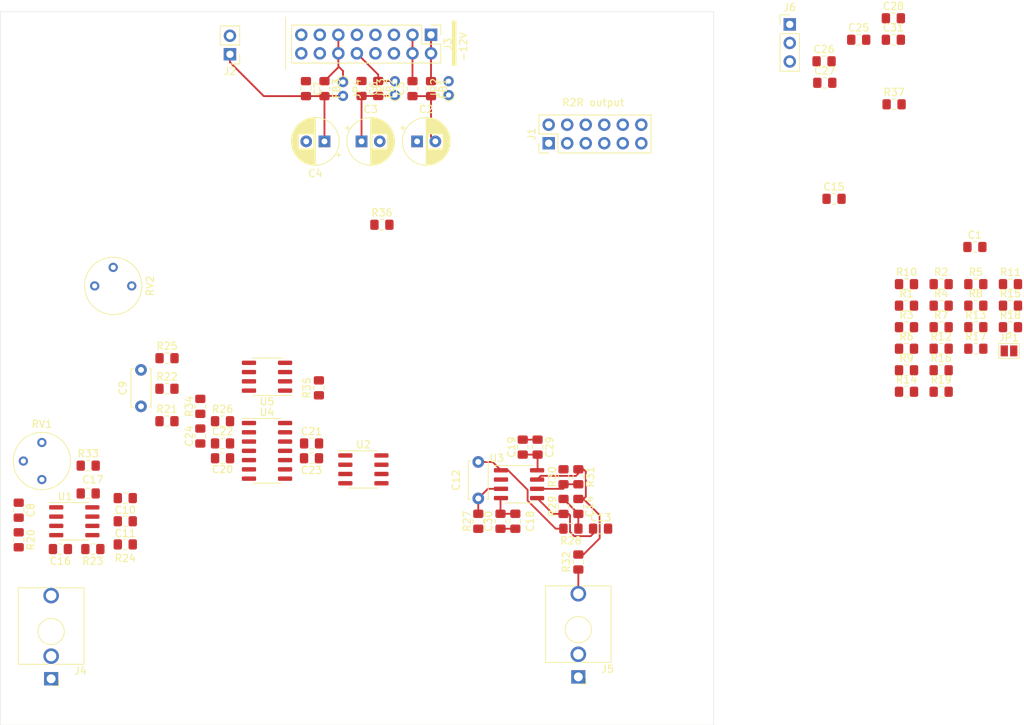
<source format=kicad_pcb>
(kicad_pcb (version 20171130) (host pcbnew "(5.1.5)-3")
  (layers (0 F.Cu signal) (31 B.Cu signal) (34 B.Paste user) (35 F.Paste user) (36 B.SilkS user) (37 F.SilkS user) (38 B.Mask user) (39 F.Mask user) (44 Edge.Cuts user))
  (net 0 "")
  (net 1 "Net-(R11-Pad2)")
  (net 2 "Net-(R12-Pad2)")
  (net 3 "Net-(J1-Pad5)")
  (net 4 "Net-(R13-Pad2)")
  (net 5 "Net-(J1-Pad6)")
  (net 6 "Net-(R14-Pad2)")
  (net 7 "Net-(J1-Pad7)")
  (net 8 "Net-(R15-Pad2)")
  (net 9 "Net-(J1-Pad8)")
  (net 10 GND)
  (net 11 VCC)
  (net 12 "Net-(JP1-Pad1)")
  (net 13 "Net-(JP1-Pad2)")
  (net 14 "Net-(R1-Pad2)")
  (net 15 "Net-(J1-Pad9)")
  (net 16 "Net-(J1-Pad10)")
  (net 17 "Net-(J1-Pad11)")
  (net 18 "Net-(J1-Pad12)")
  (net 19 "Net-(C8-Pad2)")
  (net 20 "Net-(C8-Pad1)")
  (net 21 "Net-(C9-Pad2)")
  (net 22 "Net-(C9-Pad1)")
  (net 23 "Net-(C12-Pad2)")
  (net 24 +5V)
  (net 25 "Net-(J3-Pad15)")
  (net 26 "Net-(J3-Pad13)")
  (net 27 "Net-(FB3-Pad1)")
  (net 28 "Net-(FB2-Pad1)")
  (net 29 "Net-(FB1-Pad1)")
  (net 30 "Net-(J4-PadT)")
  (net 31 "Net-(J5-PadT)")
  (net 32 "Net-(R16-Pad2)")
  (net 33 "Net-(R17-Pad2)")
  (net 34 DAC_D_out)
  (net 35 "Net-(RV2-Pad2)")
  (net 36 -12V)
  (net 37 +12V)
  (net 38 "Net-(C13-Pad2)")
  (net 39 "Net-(C14-Pad2)")
  (net 40 "Net-(C14-Pad1)")
  (net 41 ADC_signal_in)
  (net 42 "Net-(R23-Pad2)")
  (net 43 "Net-(C11-Pad1)")
  (net 44 "Net-(C10-Pad2)")
  (net 45 "Net-(R25-Pad2)")
  (net 46 ADC_D_out)
  (net 47 ADC_A_in)
  (net 48 "Net-(R30-Pad2)")
  (net 49 "Net-(R33-Pad2)")
  (net 50 "Net-(C24-Pad1)")
  (net 51 "Net-(C31-Pad1)")
  (net 52 "Net-(R34-Pad1)")
  (net 53 "Net-(R35-Pad1)")
  (net 54 "Net-(U5-Pad6)")
  (net 55 DAC_R2R_out)
  (module Connector_PinHeader_2.54mm:PinHeader_2x06_P2.54mm_Vertical (layer F.Cu) (at 113.284 59.944 90)
    (fp_text reference J1 (at 1.27 -2.33 90) (layer F.SilkS))
    (fp_text value Conn_01x12_Male)
    (pad 12 thru_hole oval (at 2.54 12.7 90) (size 1.7 1.7) (drill 1) (layers *.Cu *.Mask) (net 18 "Net-(J1-Pad12)"))
    (pad 11 thru_hole oval (at 0 12.7 90) (size 1.7 1.7) (drill 1) (layers *.Cu *.Mask) (net 17 "Net-(J1-Pad11)"))
    (pad 10 thru_hole oval (at 2.54 10.16 90) (size 1.7 1.7) (drill 1) (layers *.Cu *.Mask) (net 16 "Net-(J1-Pad10)"))
    (pad 9 thru_hole oval (at 0 10.16 90) (size 1.7 1.7) (drill 1) (layers *.Cu *.Mask) (net 15 "Net-(J1-Pad9)"))
    (pad 8 thru_hole oval (at 2.54 7.62 90) (size 1.7 1.7) (drill 1) (layers *.Cu *.Mask) (net 9 "Net-(J1-Pad8)"))
    (pad 7 thru_hole oval (at 0 7.62 90) (size 1.7 1.7) (drill 1) (layers *.Cu *.Mask) (net 7 "Net-(J1-Pad7)"))
    (pad 6 thru_hole oval (at 2.54 5.08 90) (size 1.7 1.7) (drill 1) (layers *.Cu *.Mask) (net 5 "Net-(J1-Pad6)"))
    (pad 5 thru_hole oval (at 0 5.08 90) (size 1.7 1.7) (drill 1) (layers *.Cu *.Mask) (net 3 "Net-(J1-Pad5)"))
    (pad 4 thru_hole oval (at 2.54 2.54 90) (size 1.7 1.7) (drill 1) (layers *.Cu *.Mask) (net 10 GND))
    (pad 3 thru_hole oval (at 0 2.54 90) (size 1.7 1.7) (drill 1) (layers *.Cu *.Mask) (net 10 GND))
    (pad 2 thru_hole oval (at 2.54 0 90) (size 1.7 1.7) (drill 1) (layers *.Cu *.Mask) (net 11 VCC))
    (pad 1 thru_hole rect (at 0 0 90) (size 1.7 1.7) (drill 1) (layers *.Cu *.Mask) (net 11 VCC))
  )
  (module Resistor_SMD:R_0805_2012Metric_Pad1.15x1.40mm_HandSolder (layer F.Cu) (at 89.916 52.442 270)
    (fp_text reference FB2 (at 0 -1.65 90) (layer F.SilkS))
    (fp_text value Ferrite_Bead_Small)
    (pad 2 smd roundrect (at 1.025 0 270) (size 1.15 1.4) (layers F.Cu F.Paste F.Mask) (roundrect_rratio 0.217391) (net 37 +12V))
    (pad 1 smd roundrect (at -1.025 0 270) (size 1.15 1.4) (layers F.Cu F.Paste F.Mask) (roundrect_rratio 0.217391) (net 28 "Net-(FB2-Pad1)"))
  )
  (module Capacitor_SMD:C_0805_2012Metric_Pad1.15x1.40mm_HandSolder (layer F.Cu) (at 80.01 52.46 270)
    (fp_text reference C7 (at 0 -1.65 90) (layer F.SilkS))
    (fp_text value 10n)
    (pad 2 smd roundrect (at 1.025 0 270) (size 1.15 1.4) (layers F.Cu F.Paste F.Mask) (roundrect_rratio 0.217391) (net 24 +5V))
    (pad 1 smd roundrect (at -1.025 0 270) (size 1.15 1.4) (layers F.Cu F.Paste F.Mask) (roundrect_rratio 0.217391) (net 10 GND))
  )
  (module Capacitor_THT:CP_Radial_D6.3mm_P2.50mm (layer F.Cu) (at 82.55 59.69 180)
    (fp_text reference C4 (at 1.25 -4.4) (layer F.SilkS))
    (fp_text value 47u)
    (pad 2 thru_hole circle (at 2.5 0 180) (size 1.6 1.6) (drill 0.8) (layers *.Cu *.Mask) (net 10 GND))
    (pad 1 thru_hole rect (at 0 0 180) (size 1.6 1.6) (drill 0.8) (layers *.Cu *.Mask) (net 24 +5V))
  )
  (module Capacitor_THT:CP_Radial_D6.3mm_P2.50mm (layer F.Cu) (at 87.63 59.69)
    (fp_text reference C3 (at 1.25 -4.4) (layer F.SilkS))
    (fp_text value 47u)
    (pad 2 thru_hole circle (at 2.5 0) (size 1.6 1.6) (drill 0.8) (layers *.Cu *.Mask) (net 10 GND))
    (pad 1 thru_hole rect (at 0 0) (size 1.6 1.6) (drill 0.8) (layers *.Cu *.Mask) (net 37 +12V))
  )
  (module Capacitor_THT:CP_Radial_D6.3mm_P2.50mm (layer F.Cu) (at 95.25 59.69)
    (fp_text reference C2 (at 1.25 -4.4) (layer F.SilkS))
    (fp_text value 47u)
    (pad 2 thru_hole circle (at 2.5 0) (size 1.6 1.6) (drill 0.8) (layers *.Cu *.Mask) (net 36 -12V))
    (pad 1 thru_hole rect (at 0 0) (size 1.6 1.6) (drill 0.8) (layers *.Cu *.Mask) (net 10 GND))
  )
  (module Resistor_THT:R_Axial_DIN0204_L3.6mm_D1.6mm_P1.90mm_Vertical (layer F.Cu) (at 85.09 51.562 270)
    (fp_text reference JP4 (at 0.95 -1.92 90) (layer F.SilkS))
    (fp_text value Jumper_NO_Small)
    (pad 2 thru_hole oval (at 1.9 0 270) (size 1.4 1.4) (drill 0.7) (layers *.Cu *.Mask) (net 24 +5V))
    (pad 1 thru_hole circle (at 0 0 270) (size 1.4 1.4) (drill 0.7) (layers *.Cu *.Mask) (net 27 "Net-(FB3-Pad1)"))
  )
  (module Resistor_THT:R_Axial_DIN0204_L3.6mm_D1.6mm_P1.90mm_Vertical (layer F.Cu) (at 92.202 53.34 90)
    (fp_text reference JP3 (at 0.95 -1.92 90) (layer F.SilkS))
    (fp_text value Jumper_NO_Small)
    (pad 2 thru_hole oval (at 1.9 0 90) (size 1.4 1.4) (drill 0.7) (layers *.Cu *.Mask) (net 28 "Net-(FB2-Pad1)"))
    (pad 1 thru_hole circle (at 0 0 90) (size 1.4 1.4) (drill 0.7) (layers *.Cu *.Mask) (net 37 +12V))
  )
  (module Resistor_THT:R_Axial_DIN0204_L3.6mm_D1.6mm_P1.90mm_Vertical (layer F.Cu) (at 99.568 53.34 90)
    (fp_text reference JP2 (at 0.95 -1.92 90) (layer F.SilkS))
    (fp_text value Jumper_NO_Small)
    (pad 2 thru_hole oval (at 1.9 0 90) (size 1.4 1.4) (drill 0.7) (layers *.Cu *.Mask) (net 29 "Net-(FB1-Pad1)"))
    (pad 1 thru_hole circle (at 0 0 90) (size 1.4 1.4) (drill 0.7) (layers *.Cu *.Mask) (net 36 -12V))
  )
  (module Resistor_SMD:R_0805_2012Metric_Pad1.15x1.40mm_HandSolder (layer F.Cu) (at 82.55 52.46 270)
    (fp_text reference FB3 (at 0 -1.65 90) (layer F.SilkS))
    (fp_text value Ferrite_Bead_Small)
    (pad 2 smd roundrect (at 1.025 0 270) (size 1.15 1.4) (layers F.Cu F.Paste F.Mask) (roundrect_rratio 0.217391) (net 24 +5V))
    (pad 1 smd roundrect (at -1.025 0 270) (size 1.15 1.4) (layers F.Cu F.Paste F.Mask) (roundrect_rratio 0.217391) (net 27 "Net-(FB3-Pad1)"))
  )
  (module Resistor_SMD:R_0805_2012Metric_Pad1.15x1.40mm_HandSolder (layer F.Cu) (at 97.155 52.46 270)
    (fp_text reference FB1 (at 0 -1.65 270) (layer F.SilkS))
    (fp_text value Ferrite_Bead_Small)
    (pad 2 smd roundrect (at 1.025 0 270) (size 1.15 1.4) (layers F.Cu F.Paste F.Mask) (roundrect_rratio 0.217391) (net 36 -12V))
    (pad 1 smd roundrect (at -1.025 0 270) (size 1.15 1.4) (layers F.Cu F.Paste F.Mask) (roundrect_rratio 0.217391) (net 29 "Net-(FB1-Pad1)"))
  )
  (module Package_SO:SOIC-8_3.9x4.9mm_P1.27mm (layer F.Cu) (at 74.676 91.948 180)
    (fp_text reference U5 (at 0 -3.4) (layer F.SilkS))
    (fp_text value TL072)
    (pad 8 smd roundrect (at 2.475 -1.905 180) (size 1.95 0.6) (layers F.Cu F.Paste F.Mask) (net 37 +12V))
    (pad 7 smd roundrect (at 2.475 -0.635 180) (size 1.95 0.6) (layers F.Cu F.Paste F.Mask) (net 54 "Net-(U5-Pad6)"))
    (pad 6 smd roundrect (at 2.475 0.635 180) (size 1.95 0.6) (layers F.Cu F.Paste F.Mask) (net 54 "Net-(U5-Pad6)"))
    (pad 5 smd roundrect (at 2.475 1.905 180) (size 1.95 0.6) (layers F.Cu F.Paste F.Mask) (net 10 GND))
    (pad 4 smd roundrect (at -2.475 1.905 180) (size 1.95 0.6) (layers F.Cu F.Paste F.Mask) (net 36 -12V))
    (pad 3 smd roundrect (at -2.475 0.635 180) (size 1.95 0.6) (layers F.Cu F.Paste F.Mask) (net 10 GND))
    (pad 2 smd roundrect (at -2.475 -0.635 180) (size 1.95 0.6) (layers F.Cu F.Paste F.Mask) (net 52 "Net-(R34-Pad1)"))
    (pad 1 smd roundrect (at -2.475 -1.905 180) (size 1.95 0.6) (layers F.Cu F.Paste F.Mask) (net 53 "Net-(R35-Pad1)"))
  )
  (module Package_SO:SOIC-14_3.9x8.7mm_P1.27mm (layer F.Cu) (at 74.676 102.108)
    (fp_text reference U4 (at 0 -5.28) (layer F.SilkS))
    (fp_text value LM339)
    (pad 14 smd roundrect (at 2.475 -3.81) (size 1.95 0.6) (layers F.Cu F.Paste F.Mask) (net 10 GND))
    (pad 13 smd roundrect (at 2.475 -2.54) (size 1.95 0.6) (layers F.Cu F.Paste F.Mask) (net 10 GND))
    (pad 12 smd roundrect (at 2.475 -1.27) (size 1.95 0.6) (layers F.Cu F.Paste F.Mask) (net 36 -12V))
    (pad 11 smd roundrect (at 2.475 0) (size 1.95 0.6) (layers F.Cu F.Paste F.Mask) (net 10 GND))
    (pad 10 smd roundrect (at 2.475 1.27) (size 1.95 0.6) (layers F.Cu F.Paste F.Mask) (net 10 GND))
    (pad 9 smd roundrect (at 2.475 2.54) (size 1.95 0.6) (layers F.Cu F.Paste F.Mask) (net 10 GND))
    (pad 8 smd roundrect (at 2.475 3.81) (size 1.95 0.6) (layers F.Cu F.Paste F.Mask) (net 10 GND))
    (pad 7 smd roundrect (at -2.475 3.81) (size 1.95 0.6) (layers F.Cu F.Paste F.Mask) (net 45 "Net-(R25-Pad2)"))
    (pad 6 smd roundrect (at -2.475 2.54) (size 1.95 0.6) (layers F.Cu F.Paste F.Mask) (net 35 "Net-(RV2-Pad2)"))
    (pad 5 smd roundrect (at -2.475 1.27) (size 1.95 0.6) (layers F.Cu F.Paste F.Mask) (net 22 "Net-(C9-Pad1)"))
    (pad 4 smd roundrect (at -2.475 0) (size 1.95 0.6) (layers F.Cu F.Paste F.Mask) (net 10 GND))
    (pad 3 smd roundrect (at -2.475 -1.27) (size 1.95 0.6) (layers F.Cu F.Paste F.Mask) (net 37 +12V))
    (pad 2 smd roundrect (at -2.475 -2.54) (size 1.95 0.6) (layers F.Cu F.Paste F.Mask) (net 50 "Net-(C24-Pad1)"))
    (pad 1 smd roundrect (at -2.475 -3.81) (size 1.95 0.6) (layers F.Cu F.Paste F.Mask) (net 51 "Net-(C31-Pad1)"))
  )
  (module Resistor_SMD:R_0805_2012Metric_Pad1.15x1.40mm_HandSolder (layer F.Cu) (at 160.63 54.61)
    (fp_text reference R37 (at 0 -1.65) (layer F.SilkS))
    (fp_text value 10k)
    (pad 2 smd roundrect (at 1.025 0) (size 1.15 1.4) (layers F.Cu F.Paste F.Mask) (roundrect_rratio 0.217391) (net 51 "Net-(C31-Pad1)"))
    (pad 1 smd roundrect (at -1.025 0) (size 1.15 1.4) (layers F.Cu F.Paste F.Mask) (roundrect_rratio 0.217391) (net 37 +12V))
  )
  (module Resistor_SMD:R_0805_2012Metric_Pad1.15x1.40mm_HandSolder (layer F.Cu) (at 90.424 71.12)
    (fp_text reference R36 (at 0 -1.65) (layer F.SilkS))
    (fp_text value 200)
    (pad 2 smd roundrect (at 1.025 0) (size 1.15 1.4) (layers F.Cu F.Paste F.Mask) (roundrect_rratio 0.217391) (net 53 "Net-(R35-Pad1)"))
    (pad 1 smd roundrect (at -1.025 0) (size 1.15 1.4) (layers F.Cu F.Paste F.Mask) (roundrect_rratio 0.217391) (net 47 ADC_A_in))
  )
  (module Resistor_SMD:R_0805_2012Metric_Pad1.15x1.40mm_HandSolder (layer F.Cu) (at 81.788 93.472 90)
    (fp_text reference R35 (at 0 -1.65 90) (layer F.SilkS))
    (fp_text value 1k)
    (pad 2 smd roundrect (at 1.025 0 90) (size 1.15 1.4) (layers F.Cu F.Paste F.Mask) (roundrect_rratio 0.217391) (net 52 "Net-(R34-Pad1)"))
    (pad 1 smd roundrect (at -1.025 0 90) (size 1.15 1.4) (layers F.Cu F.Paste F.Mask) (roundrect_rratio 0.217391) (net 53 "Net-(R35-Pad1)"))
  )
  (module Resistor_SMD:R_0805_2012Metric_Pad1.15x1.40mm_HandSolder (layer F.Cu) (at 65.532 96.012 270)
    (fp_text reference R34 (at 0 1.524 90) (layer F.SilkS))
    (fp_text value 4k)
    (pad 2 smd roundrect (at 1.025 0 270) (size 1.15 1.4) (layers F.Cu F.Paste F.Mask) (roundrect_rratio 0.217391) (net 50 "Net-(C24-Pad1)"))
    (pad 1 smd roundrect (at -1.025 0 270) (size 1.15 1.4) (layers F.Cu F.Paste F.Mask) (roundrect_rratio 0.217391) (net 52 "Net-(R34-Pad1)"))
  )
  (module Resistor_SMD:R_0805_2012Metric_Pad1.15x1.40mm_HandSolder (layer F.Cu) (at 68.58 98.044)
    (fp_text reference R26 (at 0 -1.65) (layer F.SilkS))
    (fp_text value 10k)
    (pad 2 smd roundrect (at 1.025 0) (size 1.15 1.4) (layers F.Cu F.Paste F.Mask) (roundrect_rratio 0.217391) (net 50 "Net-(C24-Pad1)"))
    (pad 1 smd roundrect (at -1.025 0) (size 1.15 1.4) (layers F.Cu F.Paste F.Mask) (roundrect_rratio 0.217391) (net 24 +5V))
  )
  (module Connector_PinHeader_2.54mm:PinHeader_1x03_P2.54mm_Vertical (layer F.Cu) (at 146.33 43.66)
    (fp_text reference J6 (at 0 -2.33) (layer F.SilkS))
    (fp_text value Conn_01x03_Male)
    (pad 3 thru_hole oval (at 0 5.08) (size 1.7 1.7) (drill 1) (layers *.Cu *.Mask) (net 46 ADC_D_out))
    (pad 2 thru_hole oval (at 0 2.54) (size 1.7 1.7) (drill 1) (layers *.Cu *.Mask) (net 47 ADC_A_in))
    (pad 1 thru_hole rect (at 0 0) (size 1.7 1.7) (drill 1) (layers *.Cu *.Mask) (net 34 DAC_D_out))
  )
  (module Capacitor_SMD:C_0805_2012Metric_Pad1.15x1.40mm_HandSolder (layer F.Cu) (at 160.53 45.76)
    (fp_text reference C31 (at 0 -1.65) (layer F.SilkS))
    (fp_text value 15p)
    (pad 2 smd roundrect (at 1.025 0) (size 1.15 1.4) (layers F.Cu F.Paste F.Mask) (roundrect_rratio 0.217391) (net 10 GND))
    (pad 1 smd roundrect (at -1.025 0) (size 1.15 1.4) (layers F.Cu F.Paste F.Mask) (roundrect_rratio 0.217391) (net 51 "Net-(C31-Pad1)"))
  )
  (module Capacitor_SMD:C_0805_2012Metric_Pad1.15x1.40mm_HandSolder (layer F.Cu) (at 106.68 111.76 90)
    (fp_text reference C30 (at 0 -1.65 90) (layer F.SilkS))
    (fp_text value 100n)
    (pad 2 smd roundrect (at 1.025 0 90) (size 1.15 1.4) (layers F.Cu F.Paste F.Mask) (roundrect_rratio 0.217391) (net 36 -12V))
    (pad 1 smd roundrect (at -1.025 0 90) (size 1.15 1.4) (layers F.Cu F.Paste F.Mask) (roundrect_rratio 0.217391) (net 10 GND))
  )
  (module Capacitor_SMD:C_0805_2012Metric_Pad1.15x1.40mm_HandSolder (layer F.Cu) (at 111.76 101.6 270)
    (fp_text reference C29 (at 0 -1.65 90) (layer F.SilkS))
    (fp_text value 100n)
    (pad 2 smd roundrect (at 1.025 0 270) (size 1.15 1.4) (layers F.Cu F.Paste F.Mask) (roundrect_rratio 0.217391) (net 37 +12V))
    (pad 1 smd roundrect (at -1.025 0 270) (size 1.15 1.4) (layers F.Cu F.Paste F.Mask) (roundrect_rratio 0.217391) (net 10 GND))
  )
  (module Capacitor_SMD:C_0805_2012Metric_Pad1.15x1.40mm_HandSolder (layer F.Cu) (at 160.53 42.81)
    (fp_text reference C28 (at 0 -1.65) (layer F.SilkS))
    (fp_text value 100n)
    (pad 2 smd roundrect (at 1.025 0) (size 1.15 1.4) (layers F.Cu F.Paste F.Mask) (roundrect_rratio 0.217391) (net 36 -12V))
    (pad 1 smd roundrect (at -1.025 0) (size 1.15 1.4) (layers F.Cu F.Paste F.Mask) (roundrect_rratio 0.217391) (net 10 GND))
  )
  (module Capacitor_SMD:C_0805_2012Metric_Pad1.15x1.40mm_HandSolder (layer F.Cu) (at 151.13 51.66)
    (fp_text reference C27 (at 0 -1.65) (layer F.SilkS))
    (fp_text value 100n)
    (pad 2 smd roundrect (at 1.025 0) (size 1.15 1.4) (layers F.Cu F.Paste F.Mask) (roundrect_rratio 0.217391) (net 37 +12V))
    (pad 1 smd roundrect (at -1.025 0) (size 1.15 1.4) (layers F.Cu F.Paste F.Mask) (roundrect_rratio 0.217391) (net 10 GND))
  )
  (module Capacitor_SMD:C_0805_2012Metric_Pad1.15x1.40mm_HandSolder (layer F.Cu) (at 151.03 48.71)
    (fp_text reference C26 (at 0 -1.65) (layer F.SilkS))
    (fp_text value 10n)
    (pad 2 smd roundrect (at 1.025 0) (size 1.15 1.4) (layers F.Cu F.Paste F.Mask) (roundrect_rratio 0.217391) (net 10 GND))
    (pad 1 smd roundrect (at -1.025 0) (size 1.15 1.4) (layers F.Cu F.Paste F.Mask) (roundrect_rratio 0.217391) (net 36 -12V))
  )
  (module Capacitor_SMD:C_0805_2012Metric_Pad1.15x1.40mm_HandSolder (layer F.Cu) (at 155.78 45.76)
    (fp_text reference C25 (at 0 -1.65) (layer F.SilkS))
    (fp_text value 10n)
    (pad 2 smd roundrect (at 1.025 0) (size 1.15 1.4) (layers F.Cu F.Paste F.Mask) (roundrect_rratio 0.217391) (net 37 +12V))
    (pad 1 smd roundrect (at -1.025 0) (size 1.15 1.4) (layers F.Cu F.Paste F.Mask) (roundrect_rratio 0.217391) (net 10 GND))
  )
  (module Capacitor_SMD:C_0805_2012Metric_Pad1.15x1.40mm_HandSolder (layer F.Cu) (at 65.532 100.076 270)
    (fp_text reference C24 (at 0 1.524 90) (layer F.SilkS))
    (fp_text value 15p)
    (pad 2 smd roundrect (at 1.025 0 270) (size 1.15 1.4) (layers F.Cu F.Paste F.Mask) (roundrect_rratio 0.217391) (net 10 GND))
    (pad 1 smd roundrect (at -1.025 0 270) (size 1.15 1.4) (layers F.Cu F.Paste F.Mask) (roundrect_rratio 0.217391) (net 50 "Net-(C24-Pad1)"))
  )
  (module Capacitor_SMD:C_0805_2012Metric_Pad1.15x1.40mm_HandSolder (layer F.Cu) (at 80.772 103.124 180)
    (fp_text reference C23 (at 0 -1.65) (layer F.SilkS))
    (fp_text value 100n)
    (pad 2 smd roundrect (at 1.025 0 180) (size 1.15 1.4) (layers F.Cu F.Paste F.Mask) (roundrect_rratio 0.217391) (net 36 -12V))
    (pad 1 smd roundrect (at -1.025 0 180) (size 1.15 1.4) (layers F.Cu F.Paste F.Mask) (roundrect_rratio 0.217391) (net 10 GND))
  )
  (module Capacitor_SMD:C_0805_2012Metric_Pad1.15x1.40mm_HandSolder (layer F.Cu) (at 68.58 101.092)
    (fp_text reference C22 (at 0 -1.65) (layer F.SilkS))
    (fp_text value 100n)
    (pad 2 smd roundrect (at 1.025 0) (size 1.15 1.4) (layers F.Cu F.Paste F.Mask) (roundrect_rratio 0.217391) (net 37 +12V))
    (pad 1 smd roundrect (at -1.025 0) (size 1.15 1.4) (layers F.Cu F.Paste F.Mask) (roundrect_rratio 0.217391) (net 10 GND))
  )
  (module Capacitor_SMD:C_0805_2012Metric_Pad1.15x1.40mm_HandSolder (layer F.Cu) (at 80.781 101.092)
    (fp_text reference C21 (at 0 -1.65) (layer F.SilkS))
    (fp_text value 47n)
    (pad 2 smd roundrect (at 1.025 0) (size 1.15 1.4) (layers F.Cu F.Paste F.Mask) (roundrect_rratio 0.217391) (net 10 GND))
    (pad 1 smd roundrect (at -1.025 0) (size 1.15 1.4) (layers F.Cu F.Paste F.Mask) (roundrect_rratio 0.217391) (net 36 -12V))
  )
  (module Capacitor_SMD:C_0805_2012Metric_Pad1.15x1.40mm_HandSolder (layer F.Cu) (at 68.58 103.124)
    (fp_text reference C20 (at 0 1.524) (layer F.SilkS))
    (fp_text value 47n)
    (pad 2 smd roundrect (at 1.025 0) (size 1.15 1.4) (layers F.Cu F.Paste F.Mask) (roundrect_rratio 0.217391) (net 37 +12V))
    (pad 1 smd roundrect (at -1.025 0) (size 1.15 1.4) (layers F.Cu F.Paste F.Mask) (roundrect_rratio 0.217391) (net 10 GND))
  )
  (module Resistor_SMD:R_0805_2012Metric_Pad1.15x1.40mm_HandSolder (layer F.Cu) (at 50.165 104.14)
    (fp_text reference R33 (at 0 -1.65) (layer F.SilkS))
    (fp_text value 10k)
    (pad 2 smd roundrect (at 1.025 0) (size 1.15 1.4) (layers F.Cu F.Paste F.Mask) (roundrect_rratio 0.217391) (net 49 "Net-(R33-Pad2)"))
    (pad 1 smd roundrect (at -1.025 0) (size 1.15 1.4) (layers F.Cu F.Paste F.Mask) (roundrect_rratio 0.217391) (net 10 GND))
  )
  (module Capacitor_SMD:C_0805_2012Metric_Pad1.15x1.40mm_HandSolder (layer F.Cu) (at 55.245 108.585 180)
    (fp_text reference C10 (at 0 -1.65) (layer F.SilkS))
    (fp_text value 10n)
    (pad 2 smd roundrect (at 1.025 0 180) (size 1.15 1.4) (layers F.Cu F.Paste F.Mask) (roundrect_rratio 0.217391) (net 44 "Net-(C10-Pad2)"))
    (pad 1 smd roundrect (at -1.025 0 180) (size 1.15 1.4) (layers F.Cu F.Paste F.Mask) (roundrect_rratio 0.217391) (net 10 GND))
  )
  (module Capacitor_SMD:C_0805_2012Metric_Pad1.15x1.40mm_HandSolder (layer F.Cu) (at 55.245 111.76 180)
    (fp_text reference C11 (at 0 -1.65) (layer F.SilkS))
    (fp_text value 10n)
    (pad 2 smd roundrect (at 1.025 0 180) (size 1.15 1.4) (layers F.Cu F.Paste F.Mask) (roundrect_rratio 0.217391) (net 41 ADC_signal_in))
    (pad 1 smd roundrect (at -1.025 0 180) (size 1.15 1.4) (layers F.Cu F.Paste F.Mask) (roundrect_rratio 0.217391) (net 43 "Net-(C11-Pad1)"))
  )
  (module Package_SO:SOIC-8_3.9x4.9mm_P1.27mm (layer F.Cu) (at 109.22 106.68)
    (fp_text reference U3 (at -3.048 -3.556) (layer F.SilkS))
    (fp_text value TL072)
    (pad 8 smd roundrect (at 2.475 -1.905) (size 1.95 0.6) (layers F.Cu F.Paste F.Mask) (net 37 +12V))
    (pad 7 smd roundrect (at 2.475 -0.635) (size 1.95 0.6) (layers F.Cu F.Paste F.Mask) (net 39 "Net-(C14-Pad2)"))
    (pad 6 smd roundrect (at 2.475 0.635) (size 1.95 0.6) (layers F.Cu F.Paste F.Mask) (net 48 "Net-(R30-Pad2)"))
    (pad 5 smd roundrect (at 2.475 1.905) (size 1.95 0.6) (layers F.Cu F.Paste F.Mask) (net 38 "Net-(C13-Pad2)"))
    (pad 4 smd roundrect (at -2.475 1.905) (size 1.95 0.6) (layers F.Cu F.Paste F.Mask) (net 36 -12V))
    (pad 3 smd roundrect (at -2.475 0.635) (size 1.95 0.6) (layers F.Cu F.Paste F.Mask) (net 23 "Net-(C12-Pad2)"))
    (pad 2 smd roundrect (at -2.475 -0.635) (size 1.95 0.6) (layers F.Cu F.Paste F.Mask) (net 10 GND))
    (pad 1 smd roundrect (at -2.475 -1.905) (size 1.95 0.6) (layers F.Cu F.Paste F.Mask) (net 55 DAC_R2R_out))
  )
  (module Package_SO:SOIC-8_3.9x4.9mm_P1.27mm (layer F.Cu) (at 87.884 104.648)
    (fp_text reference U2 (at 0 -3.4) (layer F.SilkS))
    (fp_text value TL072)
    (pad 8 smd roundrect (at 2.475 -1.905) (size 1.95 0.6) (layers F.Cu F.Paste F.Mask) (net 37 +12V))
    (pad 7 smd roundrect (at 2.475 -0.635) (size 1.95 0.6) (layers F.Cu F.Paste F.Mask) (net 13 "Net-(JP1-Pad2)"))
    (pad 6 smd roundrect (at 2.475 0.635) (size 1.95 0.6) (layers F.Cu F.Paste F.Mask) (net 13 "Net-(JP1-Pad2)"))
    (pad 5 smd roundrect (at 2.475 1.905) (size 1.95 0.6) (layers F.Cu F.Paste F.Mask) (net 12 "Net-(JP1-Pad1)"))
    (pad 4 smd roundrect (at -2.475 1.905) (size 1.95 0.6) (layers F.Cu F.Paste F.Mask) (net 36 -12V))
    (pad 3 smd roundrect (at -2.475 0.635) (size 1.95 0.6) (layers F.Cu F.Paste F.Mask) (net 21 "Net-(C9-Pad2)"))
    (pad 2 smd roundrect (at -2.475 -0.635) (size 1.95 0.6) (layers F.Cu F.Paste F.Mask) (net 10 GND))
    (pad 1 smd roundrect (at -2.475 -1.905) (size 1.95 0.6) (layers F.Cu F.Paste F.Mask) (net 22 "Net-(C9-Pad1)"))
  )
  (module Package_SO:SOIC-8_3.9x4.9mm_P1.27mm (layer F.Cu) (at 48.26 111.76)
    (fp_text reference U1 (at -1.27 -3.4) (layer F.SilkS))
    (fp_text value TL072)
    (pad 8 smd roundrect (at 2.475 -1.905) (size 1.95 0.6) (layers F.Cu F.Paste F.Mask) (net 37 +12V))
    (pad 7 smd roundrect (at 2.475 -0.635) (size 1.95 0.6) (layers F.Cu F.Paste F.Mask) (net 41 ADC_signal_in))
    (pad 6 smd roundrect (at 2.475 0.635) (size 1.95 0.6) (layers F.Cu F.Paste F.Mask) (net 41 ADC_signal_in))
    (pad 5 smd roundrect (at 2.475 1.905) (size 1.95 0.6) (layers F.Cu F.Paste F.Mask) (net 44 "Net-(C10-Pad2)"))
    (pad 4 smd roundrect (at -2.475 1.905) (size 1.95 0.6) (layers F.Cu F.Paste F.Mask) (net 36 -12V))
    (pad 3 smd roundrect (at -2.475 0.635) (size 1.95 0.6) (layers F.Cu F.Paste F.Mask) (net 20 "Net-(C8-Pad1)"))
    (pad 2 smd roundrect (at -2.475 -0.635) (size 1.95 0.6) (layers F.Cu F.Paste F.Mask) (net 49 "Net-(R33-Pad2)"))
    (pad 1 smd roundrect (at -2.475 -1.905) (size 1.95 0.6) (layers F.Cu F.Paste F.Mask) (net 42 "Net-(R23-Pad2)"))
  )
  (module Potentiometer_THT:Potentiometer_Bourns_3339P_Vertical (layer F.Cu) (at 43.815 106.045)
    (fp_text reference RV1 (at 0 -7.6) (layer F.SilkS))
    (fp_text value 10k)
    (pad 1 thru_hole circle (at 0 0) (size 1.26 1.26) (drill 0.7) (layers *.Cu *.Mask) (net 49 "Net-(R33-Pad2)"))
    (pad 2 thru_hole circle (at -2.54 -2.54) (size 1.26 1.26) (drill 0.7) (layers *.Cu *.Mask) (net 49 "Net-(R33-Pad2)"))
    (pad 3 thru_hole circle (at 0 -5.08) (size 1.26 1.26) (drill 0.7) (layers *.Cu *.Mask) (net 42 "Net-(R23-Pad2)"))
  )
  (module Resistor_SMD:R_0805_2012Metric_Pad1.15x1.40mm_HandSolder (layer F.Cu) (at 117.348 117.348 90)
    (fp_text reference R32 (at 0 -1.65 90) (layer F.SilkS))
    (fp_text value 1k)
    (pad 2 smd roundrect (at 1.025 0 90) (size 1.15 1.4) (layers F.Cu F.Paste F.Mask) (roundrect_rratio 0.217391) (net 39 "Net-(C14-Pad2)"))
    (pad 1 smd roundrect (at -1.025 0 90) (size 1.15 1.4) (layers F.Cu F.Paste F.Mask) (roundrect_rratio 0.217391) (net 31 "Net-(J5-PadT)"))
  )
  (module Resistor_SMD:R_0805_2012Metric_Pad1.15x1.40mm_HandSolder (layer F.Cu) (at 117.348 105.664 270)
    (fp_text reference R31 (at 0 -1.65 90) (layer F.SilkS))
    (fp_text value 1k)
    (pad 2 smd roundrect (at 1.025 0 270) (size 1.15 1.4) (layers F.Cu F.Paste F.Mask) (roundrect_rratio 0.217391) (net 48 "Net-(R30-Pad2)"))
    (pad 1 smd roundrect (at -1.025 0 270) (size 1.15 1.4) (layers F.Cu F.Paste F.Mask) (roundrect_rratio 0.217391) (net 39 "Net-(C14-Pad2)"))
  )
  (module Resistor_SMD:R_0805_2012Metric_Pad1.15x1.40mm_HandSolder (layer F.Cu) (at 115.316 105.664 270)
    (fp_text reference R30 (at 0 1.524 90) (layer F.SilkS))
    (fp_text value 1k)
    (pad 2 smd roundrect (at 1.025 0 270) (size 1.15 1.4) (layers F.Cu F.Paste F.Mask) (roundrect_rratio 0.217391) (net 48 "Net-(R30-Pad2)"))
    (pad 1 smd roundrect (at -1.025 0 270) (size 1.15 1.4) (layers F.Cu F.Paste F.Mask) (roundrect_rratio 0.217391) (net 10 GND))
  )
  (module Resistor_SMD:R_0805_2012Metric_Pad1.15x1.40mm_HandSolder (layer F.Cu) (at 115.316 109.728 90)
    (fp_text reference R29 (at 0 -1.524 90) (layer F.SilkS))
    (fp_text value 820)
    (pad 2 smd roundrect (at 1.025 0 90) (size 1.15 1.4) (layers F.Cu F.Paste F.Mask) (roundrect_rratio 0.217391) (net 40 "Net-(C14-Pad1)"))
    (pad 1 smd roundrect (at -1.025 0 90) (size 1.15 1.4) (layers F.Cu F.Paste F.Mask) (roundrect_rratio 0.217391) (net 38 "Net-(C13-Pad2)"))
  )
  (module Resistor_SMD:R_0805_2012Metric_Pad1.15x1.40mm_HandSolder (layer F.Cu) (at 116.332 112.776 180)
    (fp_text reference R28 (at 0 -1.65) (layer F.SilkS))
    (fp_text value 820)
    (pad 2 smd roundrect (at 1.025 0 180) (size 1.15 1.4) (layers F.Cu F.Paste F.Mask) (roundrect_rratio 0.217391) (net 55 DAC_R2R_out))
    (pad 1 smd roundrect (at -1.025 0 180) (size 1.15 1.4) (layers F.Cu F.Paste F.Mask) (roundrect_rratio 0.217391) (net 40 "Net-(C14-Pad1)"))
  )
  (module Resistor_SMD:R_0805_2012Metric_Pad1.15x1.40mm_HandSolder (layer F.Cu) (at 103.632 111.76 270)
    (fp_text reference R27 (at 0 1.524 90) (layer F.SilkS))
    (fp_text value 1k)
    (pad 2 smd roundrect (at 1.025 0 270) (size 1.15 1.4) (layers F.Cu F.Paste F.Mask) (roundrect_rratio 0.217391) (net 34 DAC_D_out))
    (pad 1 smd roundrect (at -1.025 0 270) (size 1.15 1.4) (layers F.Cu F.Paste F.Mask) (roundrect_rratio 0.217391) (net 23 "Net-(C12-Pad2)"))
  )
  (module Resistor_SMD:R_0805_2012Metric_Pad1.15x1.40mm_HandSolder (layer F.Cu) (at 60.969 89.408)
    (fp_text reference R25 (at 0 -1.65) (layer F.SilkS))
    (fp_text value 200)
    (pad 2 smd roundrect (at 1.025 0) (size 1.15 1.4) (layers F.Cu F.Paste F.Mask) (roundrect_rratio 0.217391) (net 45 "Net-(R25-Pad2)"))
    (pad 1 smd roundrect (at -1.025 0) (size 1.15 1.4) (layers F.Cu F.Paste F.Mask) (roundrect_rratio 0.217391) (net 46 ADC_D_out))
  )
  (module Resistor_SMD:R_0805_2012Metric_Pad1.15x1.40mm_HandSolder (layer F.Cu) (at 55.245 114.935)
    (fp_text reference R24 (at 0 1.905) (layer F.SilkS))
    (fp_text value 820)
    (pad 2 smd roundrect (at 1.025 0) (size 1.15 1.4) (layers F.Cu F.Paste F.Mask) (roundrect_rratio 0.217391) (net 43 "Net-(C11-Pad1)"))
    (pad 1 smd roundrect (at -1.025 0) (size 1.15 1.4) (layers F.Cu F.Paste F.Mask) (roundrect_rratio 0.217391) (net 44 "Net-(C10-Pad2)"))
  )
  (module Resistor_SMD:R_0805_2012Metric_Pad1.15x1.40mm_HandSolder (layer F.Cu) (at 50.8 115.57 180)
    (fp_text reference R23 (at 0 -1.65) (layer F.SilkS))
    (fp_text value 820)
    (pad 2 smd roundrect (at 1.025 0 180) (size 1.15 1.4) (layers F.Cu F.Paste F.Mask) (roundrect_rratio 0.217391) (net 42 "Net-(R23-Pad2)"))
    (pad 1 smd roundrect (at -1.025 0 180) (size 1.15 1.4) (layers F.Cu F.Paste F.Mask) (roundrect_rratio 0.217391) (net 43 "Net-(C11-Pad1)"))
  )
  (module Resistor_SMD:R_0805_2012Metric_Pad1.15x1.40mm_HandSolder (layer F.Cu) (at 60.96 93.599)
    (fp_text reference R22 (at 0 -1.65) (layer F.SilkS))
    (fp_text value 1k)
    (pad 2 smd roundrect (at 1.025 0) (size 1.15 1.4) (layers F.Cu F.Paste F.Mask) (roundrect_rratio 0.217391) (net 41 ADC_signal_in))
    (pad 1 smd roundrect (at -1.025 0) (size 1.15 1.4) (layers F.Cu F.Paste F.Mask) (roundrect_rratio 0.217391) (net 21 "Net-(C9-Pad2)"))
  )
  (module Resistor_SMD:R_0805_2012Metric_Pad1.15x1.40mm_HandSolder (layer F.Cu) (at 60.96 98.044)
    (fp_text reference R21 (at 0 -1.65) (layer F.SilkS))
    (fp_text value 1k)
    (pad 2 smd roundrect (at 1.025 0) (size 1.15 1.4) (layers F.Cu F.Paste F.Mask) (roundrect_rratio 0.217391) (net 51 "Net-(C31-Pad1)"))
    (pad 1 smd roundrect (at -1.025 0) (size 1.15 1.4) (layers F.Cu F.Paste F.Mask) (roundrect_rratio 0.217391) (net 21 "Net-(C9-Pad2)"))
  )
  (module Capacitor_SMD:C_0805_2012Metric_Pad1.15x1.40mm_HandSolder (layer F.Cu) (at 109.728 101.6 270)
    (fp_text reference C19 (at 0 1.524 90) (layer F.SilkS))
    (fp_text value 10n)
    (pad 2 smd roundrect (at 1.025 0 270) (size 1.15 1.4) (layers F.Cu F.Paste F.Mask) (roundrect_rratio 0.217391) (net 37 +12V))
    (pad 1 smd roundrect (at -1.025 0 270) (size 1.15 1.4) (layers F.Cu F.Paste F.Mask) (roundrect_rratio 0.217391) (net 10 GND))
  )
  (module Capacitor_SMD:C_0805_2012Metric_Pad1.15x1.40mm_HandSolder (layer F.Cu) (at 108.712 111.76 90)
    (fp_text reference C18 (at 0 2.032 90) (layer F.SilkS))
    (fp_text value 10n)
    (pad 2 smd roundrect (at 1.025 0 90) (size 1.15 1.4) (layers F.Cu F.Paste F.Mask) (roundrect_rratio 0.217391) (net 36 -12V))
    (pad 1 smd roundrect (at -1.025 0 90) (size 1.15 1.4) (layers F.Cu F.Paste F.Mask) (roundrect_rratio 0.217391) (net 10 GND))
  )
  (module Capacitor_SMD:C_0805_2012Metric_Pad1.15x1.40mm_HandSolder (layer F.Cu) (at 50.165 107.95)
    (fp_text reference C17 (at 0.635 -1.905) (layer F.SilkS))
    (fp_text value 10n)
    (pad 2 smd roundrect (at 1.025 0) (size 1.15 1.4) (layers F.Cu F.Paste F.Mask) (roundrect_rratio 0.217391) (net 37 +12V))
    (pad 1 smd roundrect (at -1.025 0) (size 1.15 1.4) (layers F.Cu F.Paste F.Mask) (roundrect_rratio 0.217391) (net 10 GND))
  )
  (module Capacitor_SMD:C_0805_2012Metric_Pad1.15x1.40mm_HandSolder (layer F.Cu) (at 46.355 115.57 180)
    (fp_text reference C16 (at 0 -1.65) (layer F.SilkS))
    (fp_text value 10n)
    (pad 2 smd roundrect (at 1.025 0 180) (size 1.15 1.4) (layers F.Cu F.Paste F.Mask) (roundrect_rratio 0.217391) (net 36 -12V))
    (pad 1 smd roundrect (at -1.025 0 180) (size 1.15 1.4) (layers F.Cu F.Paste F.Mask) (roundrect_rratio 0.217391) (net 10 GND))
  )
  (module Capacitor_SMD:C_0805_2012Metric_Pad1.15x1.40mm_HandSolder (layer F.Cu) (at 152.4 67.564)
    (fp_text reference C15 (at 0 -1.65) (layer F.SilkS))
    (fp_text value 100)
    (pad 2 smd roundrect (at 1.025 0) (size 1.15 1.4) (layers F.Cu F.Paste F.Mask) (roundrect_rratio 0.217391) (net 37 +12V))
    (pad 1 smd roundrect (at -1.025 0) (size 1.15 1.4) (layers F.Cu F.Paste F.Mask) (roundrect_rratio 0.217391) (net 10 GND))
  )
  (module Capacitor_SMD:C_0805_2012Metric_Pad1.15x1.40mm_HandSolder (layer F.Cu) (at 117.348 109.728 90)
    (fp_text reference C14 (at 0 1.524 90) (layer F.SilkS))
    (fp_text value 10n)
    (pad 2 smd roundrect (at 1.025 0 90) (size 1.15 1.4) (layers F.Cu F.Paste F.Mask) (roundrect_rratio 0.217391) (net 39 "Net-(C14-Pad2)"))
    (pad 1 smd roundrect (at -1.025 0 90) (size 1.15 1.4) (layers F.Cu F.Paste F.Mask) (roundrect_rratio 0.217391) (net 40 "Net-(C14-Pad1)"))
  )
  (module Capacitor_SMD:C_0805_2012Metric_Pad1.15x1.40mm_HandSolder (layer F.Cu) (at 120.396 112.776 180)
    (fp_text reference C13 (at 0 1.524) (layer F.SilkS))
    (fp_text value 10n)
    (pad 2 smd roundrect (at 1.025 0 180) (size 1.15 1.4) (layers F.Cu F.Paste F.Mask) (roundrect_rratio 0.217391) (net 38 "Net-(C13-Pad2)"))
    (pad 1 smd roundrect (at -1.025 0 180) (size 1.15 1.4) (layers F.Cu F.Paste F.Mask) (roundrect_rratio 0.217391) (net 10 GND))
  )
  (module Capacitor_SMD:C_0805_2012Metric_Pad1.15x1.40mm_HandSolder (layer F.Cu) (at 87.63 52.442 270)
    (fp_text reference C6 (at 0 -1.65 90) (layer F.SilkS))
    (fp_text value 10n)
    (pad 2 smd roundrect (at 1.025 0 270) (size 1.15 1.4) (layers F.Cu F.Paste F.Mask) (roundrect_rratio 0.217391) (net 37 +12V))
    (pad 1 smd roundrect (at -1.025 0 270) (size 1.15 1.4) (layers F.Cu F.Paste F.Mask) (roundrect_rratio 0.217391) (net 10 GND))
  )
  (module Capacitor_SMD:C_0805_2012Metric_Pad1.15x1.40mm_HandSolder (layer F.Cu) (at 94.615 52.46 90)
    (fp_text reference C5 (at 0 -1.65 90) (layer F.SilkS))
    (fp_text value 10n)
    (pad 2 smd roundrect (at 1.025 0 90) (size 1.15 1.4) (layers F.Cu F.Paste F.Mask) (roundrect_rratio 0.217391) (net 10 GND))
    (pad 1 smd roundrect (at -1.025 0 90) (size 1.15 1.4) (layers F.Cu F.Paste F.Mask) (roundrect_rratio 0.217391) (net 36 -12V))
  )
  (module Potentiometer_THT:Potentiometer_Bourns_3339P_Vertical (layer F.Cu) (at 51.054 79.502 270)
    (fp_text reference RV2 (at 0 -7.6 90) (layer F.SilkS))
    (fp_text value 10k)
    (pad 1 thru_hole circle (at 0 0 270) (size 1.26 1.26) (drill 0.7) (layers *.Cu *.Mask) (net 10 GND))
    (pad 2 thru_hole circle (at -2.54 -2.54 270) (size 1.26 1.26) (drill 0.7) (layers *.Cu *.Mask) (net 35 "Net-(RV2-Pad2)"))
    (pad 3 thru_hole circle (at 0 -5.08 270) (size 1.26 1.26) (drill 0.7) (layers *.Cu *.Mask) (net 24 +5V))
  )
  (module Resistor_SMD:R_0805_2012Metric_Pad1.15x1.40mm_HandSolder (layer F.Cu) (at 40.64 114.3 270)
    (fp_text reference R20 (at 0 -1.65 90) (layer F.SilkS))
    (fp_text value 100k)
    (pad 2 smd roundrect (at 1.025 0 270) (size 1.15 1.4) (layers F.Cu F.Paste F.Mask) (roundrect_rratio 0.217391) (net 30 "Net-(J4-PadT)"))
    (pad 1 smd roundrect (at -1.025 0 270) (size 1.15 1.4) (layers F.Cu F.Paste F.Mask) (roundrect_rratio 0.217391) (net 19 "Net-(C8-Pad2)"))
  )
  (module Resistor_SMD:R_0805_2012Metric_Pad1.15x1.40mm_HandSolder (layer F.Cu) (at 167.081 94.009)
    (fp_text reference R19 (at 0 -1.65) (layer F.SilkS))
    (fp_text value 1k)
    (pad 2 smd roundrect (at 1.025 0) (size 1.15 1.4) (layers F.Cu F.Paste F.Mask) (roundrect_rratio 0.217391) (net 55 DAC_R2R_out))
    (pad 1 smd roundrect (at -1.025 0) (size 1.15 1.4) (layers F.Cu F.Paste F.Mask) (roundrect_rratio 0.217391) (net 13 "Net-(JP1-Pad2)"))
  )
  (module Resistor_SMD:R_0805_2012Metric_Pad1.15x1.40mm_HandSolder (layer F.Cu) (at 176.581 85.159)
    (fp_text reference R18 (at 0 -1.65) (layer F.SilkS))
    (fp_text value 2k)
    (pad 2 smd roundrect (at 1.025 0) (size 1.15 1.4) (layers F.Cu F.Paste F.Mask) (roundrect_rratio 0.217391) (net 10 GND))
    (pad 1 smd roundrect (at -1.025 0) (size 1.15 1.4) (layers F.Cu F.Paste F.Mask) (roundrect_rratio 0.217391) (net 33 "Net-(R17-Pad2)"))
  )
  (module Resistor_SMD:R_0805_2012Metric_Pad1.15x1.40mm_HandSolder (layer F.Cu) (at 171.831 88.109)
    (fp_text reference R17 (at 0 -1.65) (layer F.SilkS))
    (fp_text value 1k)
    (pad 2 smd roundrect (at 1.025 0) (size 1.15 1.4) (layers F.Cu F.Paste F.Mask) (roundrect_rratio 0.217391) (net 33 "Net-(R17-Pad2)"))
    (pad 1 smd roundrect (at -1.025 0) (size 1.15 1.4) (layers F.Cu F.Paste F.Mask) (roundrect_rratio 0.217391) (net 32 "Net-(R16-Pad2)"))
  )
  (module Resistor_SMD:R_0805_2012Metric_Pad1.15x1.40mm_HandSolder (layer F.Cu) (at 167.081 91.059)
    (fp_text reference R16 (at 0 -1.65) (layer F.SilkS))
    (fp_text value 1k)
    (pad 2 smd roundrect (at 1.025 0) (size 1.15 1.4) (layers F.Cu F.Paste F.Mask) (roundrect_rratio 0.217391) (net 32 "Net-(R16-Pad2)"))
    (pad 1 smd roundrect (at -1.025 0) (size 1.15 1.4) (layers F.Cu F.Paste F.Mask) (roundrect_rratio 0.217391) (net 8 "Net-(R15-Pad2)"))
  )
  (module Resistor_SMD:R_0805_2012Metric_Pad1.15x1.40mm_HandSolder (layer F.Cu) (at 176.581 82.209)
    (fp_text reference R15 (at 0 -1.65) (layer F.SilkS))
    (fp_text value 1k)
    (pad 2 smd roundrect (at 1.025 0) (size 1.15 1.4) (layers F.Cu F.Paste F.Mask) (roundrect_rratio 0.217391) (net 8 "Net-(R15-Pad2)"))
    (pad 1 smd roundrect (at -1.025 0) (size 1.15 1.4) (layers F.Cu F.Paste F.Mask) (roundrect_rratio 0.217391) (net 6 "Net-(R14-Pad2)"))
  )
  (module Resistor_SMD:R_0805_2012Metric_Pad1.15x1.40mm_HandSolder (layer F.Cu) (at 162.331 94.009)
    (fp_text reference R14 (at 0 -1.65) (layer F.SilkS))
    (fp_text value 1k)
    (pad 2 smd roundrect (at 1.025 0) (size 1.15 1.4) (layers F.Cu F.Paste F.Mask) (roundrect_rratio 0.217391) (net 6 "Net-(R14-Pad2)"))
    (pad 1 smd roundrect (at -1.025 0) (size 1.15 1.4) (layers F.Cu F.Paste F.Mask) (roundrect_rratio 0.217391) (net 4 "Net-(R13-Pad2)"))
  )
  (module Resistor_SMD:R_0805_2012Metric_Pad1.15x1.40mm_HandSolder (layer F.Cu) (at 171.831 85.159)
    (fp_text reference R13 (at 0 -1.65) (layer F.SilkS))
    (fp_text value 1k)
    (pad 2 smd roundrect (at 1.025 0) (size 1.15 1.4) (layers F.Cu F.Paste F.Mask) (roundrect_rratio 0.217391) (net 4 "Net-(R13-Pad2)"))
    (pad 1 smd roundrect (at -1.025 0) (size 1.15 1.4) (layers F.Cu F.Paste F.Mask) (roundrect_rratio 0.217391) (net 2 "Net-(R12-Pad2)"))
  )
  (module Resistor_SMD:R_0805_2012Metric_Pad1.15x1.40mm_HandSolder (layer F.Cu) (at 167.081 88.109)
    (fp_text reference R12 (at 0 -1.65) (layer F.SilkS))
    (fp_text value 1k)
    (pad 2 smd roundrect (at 1.025 0) (size 1.15 1.4) (layers F.Cu F.Paste F.Mask) (roundrect_rratio 0.217391) (net 2 "Net-(R12-Pad2)"))
    (pad 1 smd roundrect (at -1.025 0) (size 1.15 1.4) (layers F.Cu F.Paste F.Mask) (roundrect_rratio 0.217391) (net 1 "Net-(R11-Pad2)"))
  )
  (module Resistor_SMD:R_0805_2012Metric_Pad1.15x1.40mm_HandSolder (layer F.Cu) (at 176.581 79.259)
    (fp_text reference R11 (at 0 -1.65) (layer F.SilkS))
    (fp_text value 1k)
    (pad 2 smd roundrect (at 1.025 0) (size 1.15 1.4) (layers F.Cu F.Paste F.Mask) (roundrect_rratio 0.217391) (net 1 "Net-(R11-Pad2)"))
    (pad 1 smd roundrect (at -1.025 0) (size 1.15 1.4) (layers F.Cu F.Paste F.Mask) (roundrect_rratio 0.217391) (net 14 "Net-(R1-Pad2)"))
  )
  (module Resistor_SMD:R_0805_2012Metric_Pad1.15x1.40mm_HandSolder (layer F.Cu) (at 162.331 79.259)
    (fp_text reference R10 (at 0 -1.65) (layer F.SilkS))
    (fp_text value 1k)
    (pad 2 smd roundrect (at 1.025 0) (size 1.15 1.4) (layers F.Cu F.Paste F.Mask) (roundrect_rratio 0.217391) (net 14 "Net-(R1-Pad2)"))
    (pad 1 smd roundrect (at -1.025 0) (size 1.15 1.4) (layers F.Cu F.Paste F.Mask) (roundrect_rratio 0.217391) (net 12 "Net-(JP1-Pad1)"))
  )
  (module Resistor_SMD:R_0805_2012Metric_Pad1.15x1.40mm_HandSolder (layer F.Cu) (at 162.331 91.059)
    (fp_text reference R9 (at 0 -1.65) (layer F.SilkS))
    (fp_text value 2k)
    (pad 2 smd roundrect (at 1.025 0) (size 1.15 1.4) (layers F.Cu F.Paste F.Mask) (roundrect_rratio 0.217391) (net 12 "Net-(JP1-Pad1)"))
    (pad 1 smd roundrect (at -1.025 0) (size 1.15 1.4) (layers F.Cu F.Paste F.Mask) (roundrect_rratio 0.217391) (net 10 GND))
  )
  (module Resistor_SMD:R_0805_2012Metric_Pad1.15x1.40mm_HandSolder (layer F.Cu) (at 171.831 82.209)
    (fp_text reference R8 (at 0 -1.65) (layer F.SilkS))
    (fp_text value 2k)
    (pad 2 smd roundrect (at 1.025 0) (size 1.15 1.4) (layers F.Cu F.Paste F.Mask) (roundrect_rratio 0.217391) (net 33 "Net-(R17-Pad2)"))
    (pad 1 smd roundrect (at -1.025 0) (size 1.15 1.4) (layers F.Cu F.Paste F.Mask) (roundrect_rratio 0.217391) (net 5 "Net-(J1-Pad6)"))
  )
  (module Resistor_SMD:R_0805_2012Metric_Pad1.15x1.40mm_HandSolder (layer F.Cu) (at 167.081 85.159)
    (fp_text reference R7 (at 0 -1.65) (layer F.SilkS))
    (fp_text value 2k)
    (pad 2 smd roundrect (at 1.025 0) (size 1.15 1.4) (layers F.Cu F.Paste F.Mask) (roundrect_rratio 0.217391) (net 32 "Net-(R16-Pad2)"))
    (pad 1 smd roundrect (at -1.025 0) (size 1.15 1.4) (layers F.Cu F.Paste F.Mask) (roundrect_rratio 0.217391) (net 3 "Net-(J1-Pad5)"))
  )
  (module Resistor_SMD:R_0805_2012Metric_Pad1.15x1.40mm_HandSolder (layer F.Cu) (at 162.331 88.109)
    (fp_text reference R6 (at 0 -1.65) (layer F.SilkS))
    (fp_text value 2k)
    (pad 2 smd roundrect (at 1.025 0) (size 1.15 1.4) (layers F.Cu F.Paste F.Mask) (roundrect_rratio 0.217391) (net 8 "Net-(R15-Pad2)"))
    (pad 1 smd roundrect (at -1.025 0) (size 1.15 1.4) (layers F.Cu F.Paste F.Mask) (roundrect_rratio 0.217391) (net 9 "Net-(J1-Pad8)"))
  )
  (module Resistor_SMD:R_0805_2012Metric_Pad1.15x1.40mm_HandSolder (layer F.Cu) (at 171.831 79.259)
    (fp_text reference R5 (at 0 -1.65) (layer F.SilkS))
    (fp_text value 2k)
    (pad 2 smd roundrect (at 1.025 0) (size 1.15 1.4) (layers F.Cu F.Paste F.Mask) (roundrect_rratio 0.217391) (net 6 "Net-(R14-Pad2)"))
    (pad 1 smd roundrect (at -1.025 0) (size 1.15 1.4) (layers F.Cu F.Paste F.Mask) (roundrect_rratio 0.217391) (net 7 "Net-(J1-Pad7)"))
  )
  (module Resistor_SMD:R_0805_2012Metric_Pad1.15x1.40mm_HandSolder (layer F.Cu) (at 167.081 82.209)
    (fp_text reference R4 (at 0 -1.65) (layer F.SilkS))
    (fp_text value 2k)
    (pad 2 smd roundrect (at 1.025 0) (size 1.15 1.4) (layers F.Cu F.Paste F.Mask) (roundrect_rratio 0.217391) (net 4 "Net-(R13-Pad2)"))
    (pad 1 smd roundrect (at -1.025 0) (size 1.15 1.4) (layers F.Cu F.Paste F.Mask) (roundrect_rratio 0.217391) (net 16 "Net-(J1-Pad10)"))
  )
  (module Resistor_SMD:R_0805_2012Metric_Pad1.15x1.40mm_HandSolder (layer F.Cu) (at 162.331 85.159)
    (fp_text reference R3 (at 0 -1.65) (layer F.SilkS))
    (fp_text value 2k)
    (pad 2 smd roundrect (at 1.025 0) (size 1.15 1.4) (layers F.Cu F.Paste F.Mask) (roundrect_rratio 0.217391) (net 2 "Net-(R12-Pad2)"))
    (pad 1 smd roundrect (at -1.025 0) (size 1.15 1.4) (layers F.Cu F.Paste F.Mask) (roundrect_rratio 0.217391) (net 15 "Net-(J1-Pad9)"))
  )
  (module Resistor_SMD:R_0805_2012Metric_Pad1.15x1.40mm_HandSolder (layer F.Cu) (at 167.081 79.259)
    (fp_text reference R2 (at 0 -1.65) (layer F.SilkS))
    (fp_text value 2k)
    (pad 2 smd roundrect (at 1.025 0) (size 1.15 1.4) (layers F.Cu F.Paste F.Mask) (roundrect_rratio 0.217391) (net 1 "Net-(R11-Pad2)"))
    (pad 1 smd roundrect (at -1.025 0) (size 1.15 1.4) (layers F.Cu F.Paste F.Mask) (roundrect_rratio 0.217391) (net 18 "Net-(J1-Pad12)"))
  )
  (module Resistor_SMD:R_0805_2012Metric_Pad1.15x1.40mm_HandSolder (layer F.Cu) (at 162.331 82.209)
    (fp_text reference R1 (at 0 -1.65) (layer F.SilkS))
    (fp_text value 2k)
    (pad 2 smd roundrect (at 1.025 0) (size 1.15 1.4) (layers F.Cu F.Paste F.Mask) (roundrect_rratio 0.217391) (net 14 "Net-(R1-Pad2)"))
    (pad 1 smd roundrect (at -1.025 0) (size 1.15 1.4) (layers F.Cu F.Paste F.Mask) (roundrect_rratio 0.217391) (net 17 "Net-(J1-Pad11)"))
  )
  (module Jumper:SolderJumper-2_P1.3mm_Open_Pad1.0x1.5mm (layer F.Cu) (at 176.381 88.409)
    (fp_text reference JP1 (at 0 -1.8) (layer F.SilkS))
    (fp_text value Jumper_2_Open)
    (pad 1 smd rect (at -0.65 0) (size 1 1.5) (layers F.Cu F.Mask) (net 12 "Net-(JP1-Pad1)"))
    (pad 2 smd rect (at 0.65 0) (size 1 1.5) (layers F.Cu F.Mask) (net 13 "Net-(JP1-Pad2)"))
  )
  (module Audio_conn:Jack_3.5mm_QingPu_WQP-PJ398SM_Vertical_CircularHoles (layer F.Cu) (at 117.348 133.096 180)
    (fp_text reference J5 (at -4.03 1.08 180) (layer F.SilkS))
    (fp_text value AudioJack2_SwitchT)
    (pad T thru_hole circle (at 0 11.4) (size 2.13 2.13) (drill 1.43) (layers *.Cu *.Mask) (net 31 "Net-(J5-PadT)"))
    (pad S thru_hole rect (at 0 0) (size 1.93 1.83) (drill 1.22) (layers *.Cu *.Mask) (net 10 GND))
    (pad TN thru_hole circle (at 0 3.1) (size 2.13 2.13) (drill 1.42) (layers *.Cu *.Mask))
  )
  (module Audio_conn:Jack_3.5mm_QingPu_WQP-PJ398SM_Vertical_CircularHoles (layer F.Cu) (at 45.085 133.35 180)
    (fp_text reference J4 (at -4.03 1.08 180) (layer F.SilkS))
    (fp_text value AudioJack2_SwitchT)
    (pad T thru_hole circle (at 0 11.4) (size 2.13 2.13) (drill 1.43) (layers *.Cu *.Mask) (net 30 "Net-(J4-PadT)"))
    (pad S thru_hole rect (at 0 0) (size 1.93 1.83) (drill 1.22) (layers *.Cu *.Mask) (net 10 GND))
    (pad TN thru_hole circle (at 0 3.1) (size 2.13 2.13) (drill 1.42) (layers *.Cu *.Mask))
  )
  (module Connector_PinHeader_2.54mm:PinHeader_2x08_P2.54mm_Vertical (layer F.Cu) (at 97.155 45.085 270)
    (fp_text reference J3 (at 1.27 -2.33 90) (layer F.SilkS))
    (fp_text value "Eurorack Power Connector")
    (pad 16 thru_hole oval (at 2.54 17.78 270) (size 1.7 1.7) (drill 1) (layers *.Cu *.Mask) (net 25 "Net-(J3-Pad15)"))
    (pad 15 thru_hole oval (at 0 17.78 270) (size 1.7 1.7) (drill 1) (layers *.Cu *.Mask) (net 25 "Net-(J3-Pad15)"))
    (pad 14 thru_hole oval (at 2.54 15.24 270) (size 1.7 1.7) (drill 1) (layers *.Cu *.Mask) (net 26 "Net-(J3-Pad13)"))
    (pad 13 thru_hole oval (at 0 15.24 270) (size 1.7 1.7) (drill 1) (layers *.Cu *.Mask) (net 26 "Net-(J3-Pad13)"))
    (pad 12 thru_hole oval (at 2.54 12.7 270) (size 1.7 1.7) (drill 1) (layers *.Cu *.Mask) (net 27 "Net-(FB3-Pad1)"))
    (pad 11 thru_hole oval (at 0 12.7 270) (size 1.7 1.7) (drill 1) (layers *.Cu *.Mask) (net 27 "Net-(FB3-Pad1)"))
    (pad 10 thru_hole oval (at 2.54 10.16 270) (size 1.7 1.7) (drill 1) (layers *.Cu *.Mask) (net 28 "Net-(FB2-Pad1)"))
    (pad 9 thru_hole oval (at 0 10.16 270) (size 1.7 1.7) (drill 1) (layers *.Cu *.Mask) (net 28 "Net-(FB2-Pad1)"))
    (pad 8 thru_hole oval (at 2.54 7.62 270) (size 1.7 1.7) (drill 1) (layers *.Cu *.Mask) (net 10 GND))
    (pad 7 thru_hole oval (at 0 7.62 270) (size 1.7 1.7) (drill 1) (layers *.Cu *.Mask) (net 10 GND))
    (pad 6 thru_hole oval (at 2.54 5.08 270) (size 1.7 1.7) (drill 1) (layers *.Cu *.Mask) (net 10 GND))
    (pad 5 thru_hole oval (at 0 5.08 270) (size 1.7 1.7) (drill 1) (layers *.Cu *.Mask) (net 10 GND))
    (pad 4 thru_hole oval (at 2.54 2.54 270) (size 1.7 1.7) (drill 1) (layers *.Cu *.Mask) (net 10 GND))
    (pad 3 thru_hole oval (at 0 2.54 270) (size 1.7 1.7) (drill 1) (layers *.Cu *.Mask) (net 10 GND))
    (pad 2 thru_hole oval (at 2.54 0 270) (size 1.7 1.7) (drill 1) (layers *.Cu *.Mask) (net 29 "Net-(FB1-Pad1)"))
    (pad 1 thru_hole rect (at 0 0 270) (size 1.7 1.7) (drill 1) (layers *.Cu *.Mask) (net 29 "Net-(FB1-Pad1)"))
  )
  (module Connector_PinHeader_2.54mm:PinHeader_1x02_P2.54mm_Vertical (layer F.Cu) (at 69.596 47.752 180)
    (fp_text reference J2 (at 0 -2.33) (layer F.SilkS))
    (fp_text value "Basys power")
    (pad 2 thru_hole oval (at 0 2.54 180) (size 1.7 1.7) (drill 1) (layers *.Cu *.Mask) (net 10 GND))
    (pad 1 thru_hole rect (at 0 0 180) (size 1.7 1.7) (drill 1) (layers *.Cu *.Mask) (net 24 +5V))
  )
  (module Capacitor_THT:C_Disc_D5.0mm_W2.5mm_P5.00mm (layer F.Cu) (at 103.632 103.632 270)
    (fp_text reference C12 (at 2.5 3.048 90) (layer F.SilkS))
    (fp_text value variable)
    (pad 2 thru_hole circle (at 5 0 270) (size 1.6 1.6) (drill 0.8) (layers *.Cu *.Mask) (net 23 "Net-(C12-Pad2)"))
    (pad 1 thru_hole circle (at 0 0 270) (size 1.6 1.6) (drill 0.8) (layers *.Cu *.Mask) (net 55 DAC_R2R_out))
  )
  (module Capacitor_THT:C_Disc_D5.0mm_W2.5mm_P5.00mm (layer F.Cu) (at 57.404 96.012 90)
    (fp_text reference C9 (at 2.5 -2.5 90) (layer F.SilkS))
    (fp_text value variable)
    (pad 2 thru_hole circle (at 5 0 90) (size 1.6 1.6) (drill 0.8) (layers *.Cu *.Mask) (net 21 "Net-(C9-Pad2)"))
    (pad 1 thru_hole circle (at 0 0 90) (size 1.6 1.6) (drill 0.8) (layers *.Cu *.Mask) (net 22 "Net-(C9-Pad1)"))
  )
  (module Capacitor_SMD:C_0805_2012Metric_Pad1.15x1.40mm_HandSolder (layer F.Cu) (at 40.64 110.245 270)
    (fp_text reference C8 (at 0 -1.65 90) (layer F.SilkS))
    (fp_text value 100n)
    (pad 2 smd roundrect (at 1.025 0 270) (size 1.15 1.4) (layers F.Cu F.Paste F.Mask) (roundrect_rratio 0.217391) (net 19 "Net-(C8-Pad2)"))
    (pad 1 smd roundrect (at -1.025 0 270) (size 1.15 1.4) (layers F.Cu F.Paste F.Mask) (roundrect_rratio 0.217391) (net 20 "Net-(C8-Pad1)"))
  )
  (module Capacitor_SMD:C_0805_2012Metric_Pad1.15x1.40mm_HandSolder (layer F.Cu) (at 171.704 74.168)
    (fp_text reference C1 (at 0 -1.65) (layer F.SilkS))
    (fp_text value 100)
    (pad 2 smd roundrect (at 1.025 0) (size 1.15 1.4) (layers F.Cu F.Paste F.Mask) (roundrect_rratio 0.217391) (net 10 GND))
    (pad 1 smd roundrect (at -1.025 0) (size 1.15 1.4) (layers F.Cu F.Paste F.Mask) (roundrect_rratio 0.217391) (net 36 -12V))
  )
  (gr_line (start 77.216 42.672) (end 77.216 49.784) (layer F.SilkS) (width 0.12))
  (gr_poly (pts (xy 100.584 49.276) (xy 100.076 49.276) (xy 100.076 43.18) (xy 100.584 43.18)) (layer F.SilkS) (width 0.1))
  (gr_text "-12V\n" (at 101.6 46.736 90) (layer F.SilkS) (effects (font (size 1 1))))
  (gr_text "R2R output\n" (at 119.38 54.356) (layer F.SilkS) (effects (font (size 1 1))))
  (gr_line (start 38.1 41.91) (end 38.1 139.7) (layer Edge.Cuts) (width 0.05))
  (gr_line (start 135.89 41.91) (end 38.1 41.91) (layer Edge.Cuts) (width 0.05))
  (gr_line (start 135.89 139.7) (end 135.89 41.91) (layer Edge.Cuts) (width 0.05))
  (gr_line (start 38.1 139.7) (end 135.89 139.7) (layer Edge.Cuts) (width 0.05))
  (segment (start 94.615 51.435) (end 94.615 45.085) (width 0.25) (layer F.Cu) (net 10))
  (segment (start 106.68 112.785) (end 108.712 112.785) (width 0.25) (layer F.Cu) (net 10))
  (segment (start 111.76 100.575) (end 109.728 100.575) (width 0.25) (layer F.Cu) (net 10))
  (segment (start 103.632 110.735) (end 103.632 108.632) (width 0.25) (layer F.Cu) (net 23))
  (segment (start 104.949 107.315) (end 106.745 107.315) (width 0.25) (layer F.Cu) (net 23))
  (segment (start 103.632 108.632) (end 104.949 107.315) (width 0.25) (layer F.Cu) (net 23))
  (segment (start 105.602 103.632) (end 106.745 104.775) (width 0.25) (layer F.Cu) (net 55))
  (segment (start 103.632 103.632) (end 105.602 103.632) (width 0.25) (layer F.Cu) (net 55))
  (segment (start 110.39499 108.931758) (end 114.239232 112.776) (width 0.25) (layer F.Cu) (net 55))
  (segment (start 114.239232 112.776) (end 114.732 112.776) (width 0.25) (layer F.Cu) (net 55))
  (segment (start 110.39499 107.44999) (end 110.39499 108.931758) (width 0.25) (layer F.Cu) (net 55))
  (segment (start 107.72 104.775) (end 110.39499 107.44999) (width 0.25) (layer F.Cu) (net 55))
  (segment (start 114.732 112.776) (end 115.307 112.776) (width 0.25) (layer F.Cu) (net 55))
  (segment (start 106.745 104.775) (end 107.72 104.775) (width 0.25) (layer F.Cu) (net 55))
  (segment (start 80.01 53.485) (end 82.55 53.485) (width 0.25) (layer F.Cu) (net 24))
  (segment (start 82.55 53.485) (end 82.55 59.69) (width 0.25) (layer F.Cu) (net 24))
  (segment (start 82.573 53.462) (end 82.55 53.485) (width 0.25) (layer F.Cu) (net 24))
  (segment (start 85.09 53.462) (end 82.573 53.462) (width 0.25) (layer F.Cu) (net 24))
  (segment (start 74.229 53.485) (end 80.01 53.485) (width 0.25) (layer F.Cu) (net 24))
  (segment (start 69.596 47.752) (end 69.596 48.852) (width 0.25) (layer F.Cu) (net 24))
  (segment (start 69.596 48.852) (end 74.229 53.485) (width 0.25) (layer F.Cu) (net 24))
  (segment (start 82.55 51.435) (end 84.455 49.53) (width 0.25) (layer F.Cu) (net 27))
  (segment (start 84.455 49.403) (end 85.09 50.038) (width 0.25) (layer F.Cu) (net 27))
  (segment (start 85.09 50.038) (end 85.09 51.562) (width 0.25) (layer F.Cu) (net 27))
  (segment (start 84.455 49.403) (end 84.455 45.085) (width 0.25) (layer F.Cu) (net 27))
  (segment (start 84.455 49.53) (end 84.455 49.403) (width 0.25) (layer F.Cu) (net 27))
  (segment (start 92.179 51.417) (end 92.202 51.44) (width 0.25) (layer F.Cu) (net 28))
  (segment (start 89.916 51.417) (end 92.179 51.417) (width 0.25) (layer F.Cu) (net 28))
  (segment (start 89.916 50.546) (end 86.995 47.625) (width 0.25) (layer F.Cu) (net 28))
  (segment (start 89.916 51.417) (end 89.916 50.546) (width 0.25) (layer F.Cu) (net 28))
  (segment (start 97.155 45.085) (end 97.155 47.625) (width 0.25) (layer F.Cu) (net 29))
  (segment (start 97.155 51.435) (end 97.155 47.625) (width 0.25) (layer F.Cu) (net 29))
  (segment (start 117.348 118.373) (end 117.348 121.696) (width 0.25) (layer F.Cu) (net 31))
  (segment (start 97.75 59.69) (end 97.75 59.65) (width 0.25) (layer F.Cu) (net 36))
  (segment (start 97.155 59.055) (end 97.155 53.485) (width 0.25) (layer F.Cu) (net 36))
  (segment (start 97.75 59.65) (end 97.155 59.055) (width 0.25) (layer F.Cu) (net 36))
  (segment (start 96.665 53.485) (end 97.155 53.485) (width 0.25) (layer F.Cu) (net 36))
  (segment (start 97.155 53.485) (end 94.615 53.485) (width 0.25) (layer F.Cu) (net 36))
  (segment (start 108.712 110.735) (end 106.68 110.735) (width 0.25) (layer F.Cu) (net 36))
  (segment (start 106.68 108.65) (end 106.745 108.585) (width 0.25) (layer F.Cu) (net 36))
  (segment (start 106.68 110.735) (end 106.68 108.65) (width 0.25) (layer F.Cu) (net 36))
  (segment (start 89.916 53.467) (end 87.63 53.467) (width 0.25) (layer F.Cu) (net 37))
  (segment (start 92.075 53.467) (end 92.202 53.34) (width 0.25) (layer F.Cu) (net 37))
  (segment (start 89.916 53.467) (end 92.075 53.467) (width 0.25) (layer F.Cu) (net 37))
  (segment (start 87.63 53.467) (end 87.63 59.69) (width 0.25) (layer F.Cu) (net 37))
  (segment (start 109.728 102.625) (end 111.76 102.625) (width 0.25) (layer F.Cu) (net 37))
  (segment (start 111.76 104.71) (end 111.695 104.775) (width 0.25) (layer F.Cu) (net 37))
  (segment (start 111.76 102.625) (end 111.76 104.71) (width 0.25) (layer F.Cu) (net 37))
  (segment (start 113.863 110.753) (end 111.695 108.585) (width 0.25) (layer F.Cu) (net 38))
  (segment (start 115.316 110.753) (end 113.863 110.753) (width 0.25) (layer F.Cu) (net 38))
  (segment (start 116.016 110.753) (end 115.316 110.753) (width 0.25) (layer F.Cu) (net 38))
  (segment (start 116.20701 110.94401) (end 116.016 110.753) (width 0.25) (layer F.Cu) (net 38))
  (segment (start 116.20701 113.2142) (end 116.20701 110.94401) (width 0.25) (layer F.Cu) (net 38))
  (segment (start 116.79382 113.80101) (end 116.20701 113.2142) (width 0.25) (layer F.Cu) (net 38))
  (segment (start 119.04599 113.80101) (end 116.79382 113.80101) (width 0.25) (layer F.Cu) (net 38))
  (segment (start 119.371 113.476) (end 119.04599 113.80101) (width 0.25) (layer F.Cu) (net 38))
  (segment (start 119.371 112.776) (end 119.371 113.476) (width 0.25) (layer F.Cu) (net 38))
  (segment (start 117.348 105.214) (end 117.348 104.639) (width 0.25) (layer F.Cu) (net 39))
  (segment (start 117.02299 105.53901) (end 117.348 105.214) (width 0.25) (layer F.Cu) (net 39))
  (segment (start 112.20099 105.53901) (end 117.02299 105.53901) (width 0.25) (layer F.Cu) (net 39))
  (segment (start 111.695 106.045) (end 112.20099 105.53901) (width 0.25) (layer F.Cu) (net 39))
  (segment (start 118.048 104.639) (end 117.348 104.639) (width 0.25) (layer F.Cu) (net 39))
  (segment (start 118.37301 104.96401) (end 118.048 104.639) (width 0.25) (layer F.Cu) (net 39))
  (segment (start 118.37301 108.37799) (end 118.37301 104.96401) (width 0.25) (layer F.Cu) (net 39))
  (segment (start 118.048 108.703) (end 118.37301 108.37799) (width 0.25) (layer F.Cu) (net 39))
  (segment (start 118.048 108.703) (end 117.348 108.703) (width 0.25) (layer F.Cu) (net 39))
  (segment (start 120.27101 114.09999) (end 120.27101 110.92601) (width 0.25) (layer F.Cu) (net 39))
  (segment (start 118.048 116.323) (end 120.27101 114.09999) (width 0.25) (layer F.Cu) (net 39))
  (segment (start 120.27101 110.92601) (end 118.048 108.703) (width 0.25) (layer F.Cu) (net 39))
  (segment (start 117.348 116.323) (end 118.048 116.323) (width 0.25) (layer F.Cu) (net 39))
  (segment (start 117.348 110.735) (end 115.316 108.703) (width 0.25) (layer F.Cu) (net 40))
  (segment (start 117.348 110.753) (end 117.348 110.735) (width 0.25) (layer F.Cu) (net 40))
  (segment (start 117.348 112.767) (end 117.357 112.776) (width 0.25) (layer F.Cu) (net 40))
  (segment (start 117.348 110.753) (end 117.348 112.767) (width 0.25) (layer F.Cu) (net 40))
  (segment (start 117.348 106.689) (end 115.316 106.689) (width 0.25) (layer F.Cu) (net 48))
  (segment (start 115.316 107.264) (end 115.316 106.689) (width 0.25) (layer F.Cu) (net 48))
  (segment (start 115.265 107.315) (end 115.316 107.264) (width 0.25) (layer F.Cu) (net 48))
  (segment (start 111.695 107.315) (end 115.265 107.315) (width 0.25) (layer F.Cu) (net 48))
)
</source>
